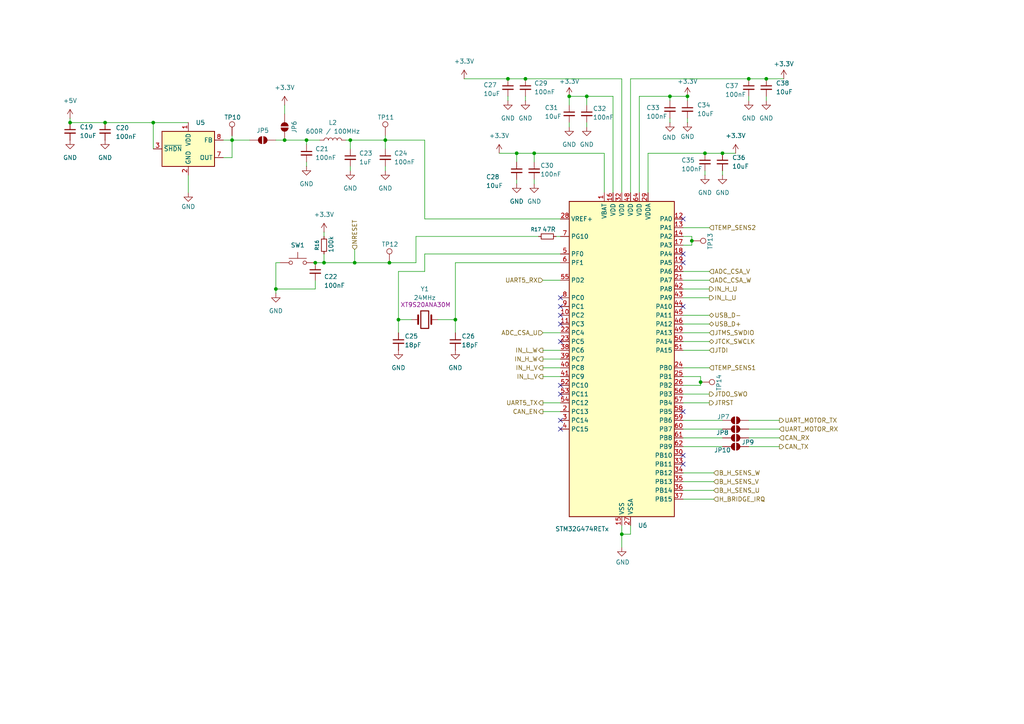
<source format=kicad_sch>
(kicad_sch (version 20250114) (generator "eeschema") (generator_version "9.0")
  (paper "A4")
  (lib_symbols
    (symbol "Connector:TestPoint" (pin_numbers (hide yes)) (pin_names (offset 0.762) (hide yes))
      (property "Reference" "TP" (at 0 6.858 0))
      (property "Value" "TestPoint" (at 0 5.08 0))
      (symbol "TestPoint_0_1"
        (circle (center 0 3.302) (radius 0.762))
      )
      (symbol "TestPoint_1_1"
        (pin passive line (at 0 0 90) (length 2.54) (name "1") (number "1"))
      )
    )
    (symbol "Device:C_Small" (pin_numbers (hide yes)) (pin_names (offset 0.254) (hide yes))
      (property "Reference" "C" (at 0.254 1.778 0))
      (property "Value" "C_Small" (at 0.254 -2.032 0))
      (symbol "C_Small_0_1"
        (polyline (pts (xy -1.524 0.508) (xy 1.524 0.508)) (stroke (width 0.3048)))
        (polyline (pts (xy -1.524 -0.508) (xy 1.524 -0.508)) (stroke (width 0.3302)))
      )
      (symbol "C_Small_1_1"
        (pin passive line (at 0 2.54 270) (length 2.032) (name "~") (number "1"))
        (pin passive line (at 0 -2.54 90) (length 2.032) (name "~") (number "2"))
      )
    )
    (symbol "Device:Crystal" (pin_numbers (hide yes)) (pin_names (offset 1.016) (hide yes))
      (property "Reference" "Y" (at 0 3.81 0))
      (property "Value" "Crystal" (at 0 -3.81 0))
      (symbol "Crystal_0_1"
        (polyline (pts (xy -2.54 0) (xy -1.905 0)))
        (polyline (pts (xy -1.905 -1.27) (xy -1.905 1.27)) (stroke (width 0.508)))
        (rectangle (start -1.143 2.54) (end 1.143 -2.54) (stroke (width 0.3048)))
        (polyline (pts (xy 1.905 -1.27) (xy 1.905 1.27)) (stroke (width 0.508)))
        (polyline (pts (xy 2.54 0) (xy 1.905 0)))
      )
      (symbol "Crystal_1_1"
        (pin passive line (at -3.81 0 0) (length 1.27) (name "1") (number "1"))
        (pin passive line (at 3.81 0 180) (length 1.27) (name "2") (number "2"))
      )
    )
    (symbol "Device:L" (pin_numbers (hide yes)) (pin_names (offset 1.016) (hide yes))
      (property "Reference" "L" (at -1.27 0 90))
      (property "Value" "L" (at 1.905 0 90))
      (symbol "L_0_1"
        (arc (start 0 2.54) (mid 0.6323 1.905) (end 0 1.27))
        (arc (start 0 1.27) (mid 0.6323 0.635) (end 0 0))
        (arc (start 0 0) (mid 0.6323 -0.635) (end 0 -1.27))
        (arc (start 0 -1.27) (mid 0.6323 -1.905) (end 0 -2.54))
      )
      (symbol "L_1_1"
        (pin passive line (at 0 3.81 270) (length 1.27) (name "1") (number "1"))
        (pin passive line (at 0 -3.81 90) (length 1.27) (name "2") (number "2"))
      )
    )
    (symbol "Device:R_Small" (pin_numbers (hide yes)) (pin_names (offset 0.254) (hide yes))
      (property "Reference" "R" (at 0 0 90))
      (property "Value" "R_Small" (at 1.778 0 90))
      (symbol "R_Small_0_1"
        (rectangle (start -0.762 1.778) (end 0.762 -1.778) (stroke (width 0.2032)))
      )
      (symbol "R_Small_1_1"
        (pin passive line (at 0 2.54 270) (length 0.762) (name "~") (number "1"))
        (pin passive line (at 0 -2.54 90) (length 0.762) (name "~") (number "2"))
      )
    )
    (symbol "Jumper:SolderJumper_2_Open" (pin_numbers (hide yes)) (pin_names (offset 0) (hide yes)) (in_bom no)
      (property "Reference" "JP" (at 0 2.032 0))
      (property "Value" "SolderJumper_2_Open" (at 0 -2.54 0))
      (symbol "SolderJumper_2_Open_0_1"
        (polyline (pts (xy -0.254 1.016) (xy -0.254 -1.016)))
        (arc (start -0.254 -1.016) (mid -1.2656 0) (end -0.254 1.016))
        (arc (start -0.254 -1.016) (mid -1.2656 0) (end -0.254 1.016) (fill (type outline)))
        (arc (start 0.254 1.016) (mid 1.2656 0) (end 0.254 -1.016))
        (arc (start 0.254 1.016) (mid 1.2656 0) (end 0.254 -1.016) (fill (type outline)))
        (polyline (pts (xy 0.254 1.016) (xy 0.254 -1.016)))
      )
      (symbol "SolderJumper_2_Open_1_1"
        (pin passive line (at -3.81 0 0) (length 2.54) (name "A") (number "1"))
        (pin passive line (at 3.81 0 180) (length 2.54) (name "B") (number "2"))
      )
    )
    (symbol "MCU_ST_STM32G4:STM32G474RETx"
      (property "Reference" "U" (at -15.24 46.99 0))
      (property "Value" "STM32G474RETx" (at 10.16 46.99 0))
      (symbol "STM32G474RETx_0_1"
        (rectangle (start -15.24 -45.72) (end 15.24 45.72) (stroke (width 0.254)) (fill (type background)))
      )
      (symbol "STM32G474RETx_1_1"
        (pin input line (at -17.78 40.64 0) (length 2.54) (name "VREF+") (number "28"))
        (pin bidirectional line (at -17.78 35.56 0) (length 2.54) (name "PG10") (number "7"))
        (pin bidirectional line (at -17.78 30.48 0) (length 2.54) (name "PF0") (number "5"))
        (pin bidirectional line (at -17.78 27.94 0) (length 2.54) (name "PF1") (number "6"))
        (pin bidirectional line (at -17.78 22.86 0) (length 2.54) (name "PD2") (number "55"))
        (pin bidirectional line (at -17.78 17.78 0) (length 2.54) (name "PC0") (number "8"))
        (pin bidirectional line (at -17.78 15.24 0) (length 2.54) (name "PC1") (number "9"))
        (pin bidirectional line (at -17.78 12.7 0) (length 2.54) (name "PC2") (number "10"))
        (pin bidirectional line (at -17.78 10.16 0) (length 2.54) (name "PC3") (number "11"))
        (pin bidirectional line (at -17.78 7.62 0) (length 2.54) (name "PC4") (number "22"))
        (pin bidirectional line (at -17.78 5.08 0) (length 2.54) (name "PC5") (number "23"))
        (pin bidirectional line (at -17.78 2.54 0) (length 2.54) (name "PC6") (number "38"))
        (pin bidirectional line (at -17.78 0 0) (length 2.54) (name "PC7") (number "39"))
        (pin bidirectional line (at -17.78 -2.54 0) (length 2.54) (name "PC8") (number "40"))
        (pin bidirectional line (at -17.78 -5.08 0) (length 2.54) (name "PC9") (number "41"))
        (pin bidirectional line (at -17.78 -7.62 0) (length 2.54) (name "PC10") (number "52"))
        (pin bidirectional line (at -17.78 -10.16 0) (length 2.54) (name "PC11") (number "53"))
        (pin bidirectional line (at -17.78 -12.7 0) (length 2.54) (name "PC12") (number "54"))
        (pin bidirectional line (at -17.78 -15.24 0) (length 2.54) (name "PC13") (number "2"))
        (pin bidirectional line (at -17.78 -17.78 0) (length 2.54) (name "PC14") (number "3"))
        (pin bidirectional line (at -17.78 -20.32 0) (length 2.54) (name "PC15") (number "4"))
        (pin power_in line (at -5.08 48.26 270) (length 2.54) (name "VBAT") (number "1"))
        (pin power_in line (at -2.54 48.26 270) (length 2.54) (name "VDD") (number "16"))
        (pin power_in line (at 0 48.26 270) (length 2.54) (name "VDD") (number "32"))
        (pin power_in line (at 0 -48.26 90) (length 2.54) (name "VSS") (number "15"))
        (pin passive line (at 0 -48.26 90) (length 2.54) (hide yes) (name "VSS") (number "31"))
        (pin passive line (at 0 -48.26 90) (length 2.54) (hide yes) (name "VSS") (number "47"))
        (pin passive line (at 0 -48.26 90) (length 2.54) (hide yes) (name "VSS") (number "63"))
        (pin power_in line (at 2.54 48.26 270) (length 2.54) (name "VDD") (number "48"))
        (pin power_in line (at 2.54 -48.26 90) (length 2.54) (name "VSSA") (number "27"))
        (pin power_in line (at 5.08 48.26 270) (length 2.54) (name "VDD") (number "64"))
        (pin power_in line (at 7.62 48.26 270) (length 2.54) (name "VDDA") (number "29"))
        (pin bidirectional line (at 17.78 40.64 180) (length 2.54) (name "PA0") (number "12"))
        (pin bidirectional line (at 17.78 38.1 180) (length 2.54) (name "PA1") (number "13"))
        (pin bidirectional line (at 17.78 35.56 180) (length 2.54) (name "PA2") (number "14"))
        (pin bidirectional line (at 17.78 33.02 180) (length 2.54) (name "PA3") (number "17"))
        (pin bidirectional line (at 17.78 30.48 180) (length 2.54) (name "PA4") (number "18"))
        (pin bidirectional line (at 17.78 27.94 180) (length 2.54) (name "PA5") (number "19"))
        (pin bidirectional line (at 17.78 25.4 180) (length 2.54) (name "PA6") (number "20"))
        (pin bidirectional line (at 17.78 22.86 180) (length 2.54) (name "PA7") (number "21"))
        (pin bidirectional line (at 17.78 20.32 180) (length 2.54) (name "PA8") (number "42"))
        (pin bidirectional line (at 17.78 17.78 180) (length 2.54) (name "PA9") (number "43"))
        (pin bidirectional line (at 17.78 15.24 180) (length 2.54) (name "PA10") (number "44"))
        (pin bidirectional line (at 17.78 12.7 180) (length 2.54) (name "PA11") (number "45"))
        (pin bidirectional line (at 17.78 10.16 180) (length 2.54) (name "PA12") (number "46"))
        (pin bidirectional line (at 17.78 7.62 180) (length 2.54) (name "PA13") (number "49"))
        (pin bidirectional line (at 17.78 5.08 180) (length 2.54) (name "PA14") (number "50"))
        (pin bidirectional line (at 17.78 2.54 180) (length 2.54) (name "PA15") (number "51"))
        (pin bidirectional line (at 17.78 -2.54 180) (length 2.54) (name "PB0") (number "24"))
        (pin bidirectional line (at 17.78 -5.08 180) (length 2.54) (name "PB1") (number "25"))
        (pin bidirectional line (at 17.78 -7.62 180) (length 2.54) (name "PB2") (number "26"))
        (pin bidirectional line (at 17.78 -10.16 180) (length 2.54) (name "PB3") (number "56"))
        (pin bidirectional line (at 17.78 -12.7 180) (length 2.54) (name "PB4") (number "57"))
        (pin bidirectional line (at 17.78 -15.24 180) (length 2.54) (name "PB5") (number "58"))
        (pin bidirectional line (at 17.78 -17.78 180) (length 2.54) (name "PB6") (number "59"))
        (pin bidirectional line (at 17.78 -20.32 180) (length 2.54) (name "PB7") (number "60"))
        (pin bidirectional line (at 17.78 -22.86 180) (length 2.54) (name "PB8") (number "61"))
        (pin bidirectional line (at 17.78 -25.4 180) (length 2.54) (name "PB9") (number "62"))
        (pin bidirectional line (at 17.78 -27.94 180) (length 2.54) (name "PB10") (number "30"))
        (pin bidirectional line (at 17.78 -30.48 180) (length 2.54) (name "PB11") (number "33"))
        (pin bidirectional line (at 17.78 -33.02 180) (length 2.54) (name "PB12") (number "34"))
        (pin bidirectional line (at 17.78 -35.56 180) (length 2.54) (name "PB13") (number "35"))
        (pin bidirectional line (at 17.78 -38.1 180) (length 2.54) (name "PB14") (number "36"))
        (pin bidirectional line (at 17.78 -40.64 180) (length 2.54) (name "PB15") (number "37"))
      )
    )
    (symbol "Reference_Voltage:MCP1501-33xSN"
      (property "Reference" "U" (at -5.08 6.35 0))
      (property "Value" "MCP1501-33xSN" (at 11.43 6.35 0))
      (symbol "MCP1501-33xSN_0_0"
        (pin input line (at -10.16 0 0) (length 2.54) (name "~{SHDN}") (number "3"))
        (pin power_in line (at 0 7.62 270) (length 2.54) (name "VDD") (number "1"))
        (pin power_in line (at 0 -7.62 90) (length 2.54) (name "GND") (number "2"))
        (pin passive line (at 0 -7.62 90) (length 2.54) (hide yes) (name "GND") (number "4"))
        (pin passive line (at 0 -7.62 90) (length 2.54) (hide yes) (name "GND") (number "5"))
        (pin passive line (at 0 -7.62 90) (length 2.54) (hide yes) (name "GND") (number "6"))
        (pin input line (at 10.16 2.54 180) (length 2.54) (name "FB") (number "8"))
        (pin power_out line (at 10.16 -2.54 180) (length 2.54) (name "OUT") (number "7"))
      )
      (symbol "MCP1501-33xSN_0_1"
        (rectangle (start -7.62 5.08) (end 7.62 -5.08) (stroke (width 0.254)) (fill (type background)))
      )
    )
    (symbol "Switch:SW_Push" (pin_numbers (hide yes)) (pin_names (offset 1.016) (hide yes))
      (property "Reference" "SW" (at 1.27 2.54 0))
      (property "Value" "SW_Push" (at 0 -1.524 0))
      (symbol "SW_Push_0_1"
        (circle (center -2.032 0) (radius 0.508))
        (polyline (pts (xy 0 1.27) (xy 0 3.048)))
        (circle (center 2.032 0) (radius 0.508))
        (polyline (pts (xy 2.54 1.27) (xy -2.54 1.27)))
        (pin passive line (at -5.08 0 0) (length 2.54) (name "1") (number "1"))
        (pin passive line (at 5.08 0 180) (length 2.54) (name "2") (number "2"))
      )
    )
    (symbol "power:+3.3V" (power) (pin_numbers (hide yes)) (pin_names (offset 0) (hide yes))
      (property "Value" "+3.3V" (at 0 3.556 0))
      (symbol "+3.3V_0_1"
        (polyline (pts (xy -0.762 1.27) (xy 0 2.54)))
        (polyline (pts (xy 0 2.54) (xy 0.762 1.27)))
        (polyline (pts (xy 0 0) (xy 0 2.54)))
      )
      (symbol "+3.3V_1_1"
        (pin power_in line (at 0 0 90) (length 0) (name "~") (number "1"))
      )
    )
    (symbol "power:+5V" (power) (pin_numbers (hide yes)) (pin_names (offset 0) (hide yes))
      (property "Value" "+5V" (at 0 3.556 0))
      (symbol "+5V_0_1"
        (polyline (pts (xy -0.762 1.27) (xy 0 2.54)))
        (polyline (pts (xy 0 2.54) (xy 0.762 1.27)))
        (polyline (pts (xy 0 0) (xy 0 2.54)))
      )
      (symbol "+5V_1_1"
        (pin power_in line (at 0 0 90) (length 0) (name "~") (number "1"))
      )
    )
    (symbol "power:GND" (power) (pin_numbers (hide yes)) (pin_names (offset 0) (hide yes))
      (property "Value" "GND" (at 0 -3.81 0))
      (symbol "GND_0_1"
        (polyline (pts (xy 0 0) (xy 0 -1.27) (xy 1.27 -1.27) (xy 0 -2.54) (xy -1.27 -1.27) (xy 0 -1.27)))
      )
      (symbol "GND_1_1"
        (pin power_in line (at 0 0 270) (length 0) (name "~") (number "1"))
      )
    )
  )
  (junction (at 180.34 154.94))
  (junction (at 204.47 44.45))
  (junction (at 152.4 22.86))
  (junction (at 82.55 40.64))
  (junction (at 170.18 27.94))
  (junction (at 203.2 110.8277))
  (junction (at 209.55 44.45))
  (junction (at 112.9451 76.2))
  (junction (at 80.01 83.82))
  (junction (at 93.98 76.2))
  (junction (at 194.31 27.94))
  (junction (at 149.86 44.45))
  (junction (at 222.25 22.86))
  (junction (at 111.76 40.64))
  (junction (at 91.44 76.2))
  (junction (at 102.87 76.2))
  (junction (at 30.48 35.56))
  (junction (at 115.57 92.71))
  (junction (at 165.1 27.94))
  (junction (at 44.45 35.56))
  (junction (at 199.39 27.94))
  (junction (at 20.32 35.56))
  (junction (at 217.17 22.86))
  (junction (at 147.32 22.86))
  (junction (at 101.6 40.64))
  (junction (at 88.9 40.64))
  (junction (at 200.66 69.85))
  (junction (at 132.08 92.71))
  (junction (at 154.94 44.45))
  (junction (at 67.31 40.64))
  (no_connect (at 162.56 124.46))
  (no_connect (at 162.56 93.98))
  (no_connect (at 198.12 88.9))
  (no_connect (at 198.12 73.66))
  (no_connect (at 162.56 111.76))
  (no_connect (at 198.12 63.5))
  (no_connect (at 162.56 114.3))
  (no_connect (at 162.56 88.9))
  (no_connect (at 162.56 91.44))
  (no_connect (at 162.56 121.92))
  (no_connect (at 162.56 86.36))
  (no_connect (at 198.12 134.62))
  (no_connect (at 198.12 132.08))
  (no_connect (at 198.12 76.2))
  (no_connect (at 162.56 99.06))
  (no_connect (at 198.12 119.38))
  (wire (pts (xy 198.12 111.76) (xy 203.2 111.76)))
  (wire (pts (xy 132.08 76.2) (xy 162.56 76.2)))
  (wire (pts (xy 80.01 85.09) (xy 80.01 83.82)))
  (wire (pts (xy 157.48 104.14) (xy 162.56 104.14)))
  (wire (pts (xy 144.78 44.45) (xy 149.86 44.45)))
  (wire (pts (xy 64.77 40.64) (xy 67.31 40.64)))
  (wire (pts (xy 80.01 76.2) (xy 81.28 76.2)))
  (wire (pts (xy 157.48 116.84) (xy 162.56 116.84)))
  (wire (pts (xy 205.74 81.28) (xy 198.12 81.28)))
  (wire (pts (xy 157.48 106.68) (xy 162.56 106.68)))
  (wire (pts (xy 203.2 109.22) (xy 198.12 109.22)))
  (wire (pts (xy 199.39 35.56) (xy 199.39 34.29)))
  (wire (pts (xy 198.12 137.16) (xy 207.01 137.16)))
  (wire (pts (xy 175.26 44.45) (xy 175.26 55.88)))
  (wire (pts (xy 88.9 40.64) (xy 92.71 40.64)))
  (wire (pts (xy 134.62 22.86) (xy 147.32 22.86)))
  (wire (pts (xy 157.48 81.28) (xy 162.56 81.28)))
  (wire (pts (xy 217.17 22.86) (xy 222.25 22.86)))
  (wire (pts (xy 123.19 73.66) (xy 162.56 73.66)))
  (wire (pts (xy 199.39 27.94) (xy 199.39 29.21)))
  (wire (pts (xy 222.25 29.21) (xy 222.25 27.94)))
  (wire (pts (xy 101.6 48.26) (xy 101.6 49.53)))
  (wire (pts (xy 157.48 109.22) (xy 162.56 109.22)))
  (wire (pts (xy 88.9 46.99) (xy 88.9 48.26)))
  (wire (pts (xy 67.31 39.37) (xy 67.31 40.64)))
  (wire (pts (xy 20.32 34.29) (xy 20.32 35.56)))
  (wire (pts (xy 194.31 27.94) (xy 194.31 29.21)))
  (wire (pts (xy 91.44 81.28) (xy 91.44 83.82)))
  (wire (pts (xy 111.76 49.53) (xy 111.76 48.26)))
  (wire (pts (xy 115.57 78.74) (xy 115.57 92.71)))
  (wire (pts (xy 182.88 55.88) (xy 182.88 22.86)))
  (wire (pts (xy 205.74 99.06) (xy 198.12 99.06)))
  (wire (pts (xy 187.96 55.88) (xy 187.96 44.45)))
  (wire (pts (xy 165.1 30.48) (xy 165.1 27.94)))
  (wire (pts (xy 80.01 83.82) (xy 80.01 76.2)))
  (wire (pts (xy 93.98 76.2) (xy 102.87 76.2)))
  (wire (pts (xy 170.18 27.94) (xy 170.18 30.48)))
  (wire (pts (xy 217.17 29.21) (xy 217.17 27.94)))
  (wire (pts (xy 180.34 154.94) (xy 180.34 152.4)))
  (wire (pts (xy 198.12 139.7) (xy 207.01 139.7)))
  (wire (pts (xy 152.4 22.86) (xy 180.34 22.86)))
  (wire (pts (xy 82.55 40.64) (xy 88.9 40.64)))
  (wire (pts (xy 123.19 78.74) (xy 123.19 73.66)))
  (wire (pts (xy 198.12 78.74) (xy 205.74 78.74)))
  (wire (pts (xy 112.9451 76.2) (xy 120.65 76.2)))
  (wire (pts (xy 180.34 158.75) (xy 180.34 154.94)))
  (wire (pts (xy 165.1 27.94) (xy 170.18 27.94)))
  (wire (pts (xy 157.48 101.6) (xy 162.56 101.6)))
  (wire (pts (xy 120.65 76.2) (xy 120.65 68.58)))
  (wire (pts (xy 93.98 68.58) (xy 93.98 67.31)))
  (wire (pts (xy 154.94 53.34) (xy 154.94 52.07)))
  (wire (pts (xy 157.48 119.38) (xy 162.56 119.38)))
  (wire (pts (xy 152.4 29.21) (xy 152.4 27.94)))
  (wire (pts (xy 67.31 45.72) (xy 67.31 40.64)))
  (wire (pts (xy 205.74 83.82) (xy 198.12 83.82)))
  (wire (pts (xy 177.8 27.94) (xy 170.18 27.94)))
  (wire (pts (xy 123.19 40.64) (xy 111.76 40.64)))
  (wire (pts (xy 102.87 72.39) (xy 102.87 76.2)))
  (wire (pts (xy 205.74 66.04) (xy 198.12 66.04)))
  (wire (pts (xy 226.06 129.54) (xy 217.17 129.54)))
  (wire (pts (xy 147.32 22.86) (xy 152.4 22.86)))
  (wire (pts (xy 149.86 53.34) (xy 149.86 52.07)))
  (wire (pts (xy 101.6 40.64) (xy 111.76 40.64)))
  (wire (pts (xy 194.31 35.56) (xy 194.31 34.29)))
  (wire (pts (xy 165.1 36.83) (xy 165.1 35.56)))
  (wire (pts (xy 205.74 116.84) (xy 198.12 116.84)))
  (wire (pts (xy 64.77 45.72) (xy 67.31 45.72)))
  (wire (pts (xy 187.96 44.45) (xy 204.47 44.45)))
  (wire (pts (xy 209.55 50.8) (xy 209.55 49.53)))
  (wire (pts (xy 30.48 35.56) (xy 44.45 35.56)))
  (wire (pts (xy 100.33 40.64) (xy 101.6 40.64)))
  (wire (pts (xy 157.48 96.52) (xy 162.56 96.52)))
  (wire (pts (xy 120.65 68.58) (xy 156.21 68.58)))
  (wire (pts (xy 205.74 91.44) (xy 198.12 91.44)))
  (wire (pts (xy 154.94 44.45) (xy 175.26 44.45)))
  (wire (pts (xy 44.45 43.18) (xy 44.45 35.56)))
  (wire (pts (xy 20.32 35.56) (xy 30.48 35.56)))
  (wire (pts (xy 198.12 144.78) (xy 207.01 144.78)))
  (wire (pts (xy 205.74 93.98) (xy 198.12 93.98)))
  (wire (pts (xy 205.74 101.6) (xy 198.12 101.6)))
  (wire (pts (xy 170.18 36.83) (xy 170.18 35.56)))
  (wire (pts (xy 180.34 22.86) (xy 180.34 55.88)))
  (wire (pts (xy 101.6 43.18) (xy 101.6 40.64)))
  (wire (pts (xy 205.74 96.52) (xy 198.12 96.52)))
  (wire (pts (xy 132.08 92.71) (xy 132.08 96.52)))
  (wire (pts (xy 93.98 73.66) (xy 93.98 76.2)))
  (wire (pts (xy 54.61 50.8) (xy 54.61 55.88)))
  (wire (pts (xy 115.57 92.71) (xy 115.57 96.52)))
  (wire (pts (xy 194.31 27.94) (xy 199.39 27.94)))
  (wire (pts (xy 204.47 50.8) (xy 204.47 49.53)))
  (wire (pts (xy 227.33 22.86) (xy 222.25 22.86)))
  (wire (pts (xy 115.57 78.74) (xy 123.19 78.74)))
  (wire (pts (xy 123.19 63.5) (xy 123.19 40.64)))
  (wire (pts (xy 102.87 76.2) (xy 112.9451 76.2)))
  (wire (pts (xy 88.9 40.64) (xy 88.9 41.91)))
  (wire (pts (xy 115.57 92.71) (xy 119.38 92.71)))
  (wire (pts (xy 161.29 68.58) (xy 162.56 68.58)))
  (wire (pts (xy 204.47 44.45) (xy 209.55 44.45)))
  (wire (pts (xy 93.98 76.2) (xy 91.44 76.2)))
  (wire (pts (xy 205.74 86.36) (xy 198.12 86.36)))
  (wire (pts (xy 44.45 35.56) (xy 54.61 35.56)))
  (wire (pts (xy 217.17 121.92) (xy 226.06 121.92)))
  (wire (pts (xy 132.08 76.2) (xy 132.08 92.71)))
  (wire (pts (xy 198.12 121.92) (xy 209.55 121.92)))
  (wire (pts (xy 209.55 127) (xy 198.12 127)))
  (wire (pts (xy 127 92.71) (xy 132.08 92.71)))
  (wire (pts (xy 182.88 22.86) (xy 217.17 22.86)))
  (wire (pts (xy 80.01 83.82) (xy 91.44 83.82)))
  (wire (pts (xy 182.88 152.4) (xy 182.88 154.94)))
  (wire (pts (xy 185.42 55.88) (xy 185.42 27.94)))
  (wire (pts (xy 149.86 44.45) (xy 154.94 44.45)))
  (wire (pts (xy 198.12 124.46) (xy 209.55 124.46)))
  (wire (pts (xy 209.55 129.54) (xy 198.12 129.54)))
  (wire (pts (xy 205.74 114.3) (xy 198.12 114.3)))
  (wire (pts (xy 67.31 40.64) (xy 72.39 40.64)))
  (wire (pts (xy 200.66 69.85) (xy 200.66 71.12)))
  (wire (pts (xy 213.36 44.45) (xy 209.55 44.45)))
  (wire (pts (xy 198.12 106.68) (xy 205.74 106.68)))
  (wire (pts (xy 198.12 68.58) (xy 200.66 68.58)))
  (wire (pts (xy 154.94 44.45) (xy 154.94 46.99)))
  (wire (pts (xy 162.56 63.5) (xy 123.19 63.5)))
  (wire (pts (xy 200.66 68.58) (xy 200.66 69.85)))
  (wire (pts (xy 147.32 29.21) (xy 147.32 27.94)))
  (wire (pts (xy 207.01 142.24) (xy 198.12 142.24)))
  (wire (pts (xy 203.2 110.8277) (xy 203.2 109.22)))
  (wire (pts (xy 203.2 111.76) (xy 203.2 110.8277)))
  (wire (pts (xy 182.88 154.94) (xy 180.34 154.94)))
  (wire (pts (xy 111.76 39.37) (xy 111.76 40.64)))
  (wire (pts (xy 149.86 44.45) (xy 149.86 46.99)))
  (wire (pts (xy 177.8 27.94) (xy 177.8 55.88)))
  (wire (pts (xy 226.06 127) (xy 217.17 127)))
  (wire (pts (xy 217.17 124.46) (xy 226.06 124.46)))
  (wire (pts (xy 111.76 40.64) (xy 111.76 43.18)))
  (wire (pts (xy 80.01 40.64) (xy 82.55 40.64)))
  (wire (pts (xy 82.55 30.48) (xy 82.55 33.02)))
  (wire (pts (xy 200.66 71.12) (xy 198.12 71.12)))
  (wire (pts (xy 185.42 27.94) (xy 194.31 27.94)))
  (hierarchical_label "UART_MOTOR_RX" (shape input) (at 226.06 124.46 0))
  (hierarchical_label "IN_L_V" (shape output) (at 157.48 109.22 180))
  (hierarchical_label "UART_MOTOR_TX" (shape output) (at 226.06 121.92 0))
  (hierarchical_label "ADC_CSA_U" (shape input) (at 157.48 96.52 180))
  (hierarchical_label "IN_H_U" (shape output) (at 205.74 83.82 0))
  (hierarchical_label "CAN_EN" (shape output) (at 157.48 119.38 180))
  (hierarchical_label "JTDI" (shape input) (at 205.74 101.6 0))
  (hierarchical_label "CAN_TX" (shape output) (at 226.06 129.54 0))
  (hierarchical_label "H_BRIDGE_IRQ" (shape input) (at 207.01 144.78 0))
  (hierarchical_label "B_H_SENS_U" (shape input) (at 207.01 142.24 0))
  (hierarchical_label "B_H_SENS_W" (shape input) (at 207.01 137.16 0))
  (hierarchical_label "USB_D-" (shape bidirectional) (at 205.74 91.44 0))
  (hierarchical_label "NRESET" (shape input) (at 102.87 72.39 90))
  (hierarchical_label "IN_H_V" (shape output) (at 157.48 106.68 180))
  (hierarchical_label "B_H_SENS_V" (shape input) (at 207.01 139.7 0))
  (hierarchical_label "UART5_TX" (shape output) (at 157.48 116.84 180))
  (hierarchical_label "IN_H_W" (shape output) (at 157.48 104.14 180))
  (hierarchical_label "JTRST" (shape output) (at 205.74 116.84 0))
  (hierarchical_label "UART5_RX" (shape input) (at 157.48 81.28 180))
  (hierarchical_label "USB_D+" (shape bidirectional) (at 205.74 93.98 0))
  (hierarchical_label "IN_L_W" (shape output) (at 157.48 101.6 180))
  (hierarchical_label "JTCK_SWCLK" (shape bidirectional) (at 205.74 99.06 0))
  (hierarchical_label "IN_L_U" (shape output) (at 205.74 86.36 0))
  (hierarchical_label "CAN_RX" (shape input) (at 226.06 127 0))
  (hierarchical_label "JTDO_SWO" (shape output) (at 205.74 114.3 0))
  (hierarchical_label "ADC_CSA_V" (shape input) (at 205.74 78.74 0))
  (hierarchical_label "TEMP_SENS2" (shape input) (at 205.74 66.04 0))
  (hierarchical_label "TEMP_SENS1" (shape input) (at 205.74 106.68 0))
  (hierarchical_label "JTMS_SWDIO" (shape input) (at 205.74 96.52 0))
  (hierarchical_label "ADC_CSA_W" (shape input) (at 205.74 81.28 0))
  (symbol (lib_id "power:GND") (at 111.76 49.53 0) (unit 1)
    (property "Reference" "#PWR066" (effects (hide yes)))
    (property "Value" "GND" (at 111.76 54.61 0))
    (property "Description" "Power symbol creates a global label with name \"GND\" , ground" (effects (hide yes)))
  )
  (symbol (lib_id "Connector:TestPoint") (at 200.66 69.85 270) (unit 1)
    (property "Reference" "TP13" (at 205.994 67.564 0) (effects (justify left)))
    (property "Value" "TestPoint" (effects (hide yes)))
    (property "Footprint" "TestPoint:TestPoint_Pad_D2.0mm" (effects (hide yes)))
    (property "Description" "test point" (effects (hide yes)))
  )
  (symbol (lib_id "Device:C_Small") (at 209.55 46.99 0) (unit 1)
    (property "Reference" "C36" (at 212.344 45.72 0) (effects (justify left)))
    (property "Value" "10uF" (at 212.344 48.26 0) (effects (justify left)))
    (property "Footprint" "Capacitor_SMD:C_0603_1608Metric" (effects (hide yes)))
    (property "Description" "Unpolarized capacitor, small symbol" (effects (hide yes)))
  )
  (symbol (lib_id "power:GND") (at 194.31 35.56 0) (unit 1)
    (property "Reference" "#PWR078" (effects (hide yes)))
    (property "Value" "GND" (at 194.056 39.878 0))
    (property "Description" "Power symbol creates a global label with name \"GND\" , ground" (effects (hide yes)))
  )
  (symbol (lib_id "Device:C_Small") (at 132.08 99.06 0) (unit 1)
    (property "Reference" "C26" (at 133.858 97.536 0) (effects (justify left)))
    (property "Value" "18pF" (at 133.858 100.076 0) (effects (justify left)))
    (property "Footprint" "Capacitor_SMD:C_0603_1608Metric" (effects (hide yes)))
    (property "Description" "Unpolarized capacitor, small symbol" (effects (hide yes)))
  )
  (symbol (lib_id "Jumper:SolderJumper_2_Open") (at 76.2 40.64 0) (unit 1) (in_bom no)
    (property "Reference" "JP5" (at 76.2 37.846 0))
    (property "Value" "SolderJumper_2_Open" (effects (hide yes)))
    (property "Footprint" "Jumper:SolderJumper-2_P1.3mm_Open_RoundedPad1.0x1.5mm" (effects (hide yes)))
    (property "Description" "Solder Jumper, 2-pole, open" (effects (hide yes)))
  )
  (symbol (lib_id "Device:C_Small") (at 199.39 31.75 0) (unit 1)
    (property "Reference" "C34" (at 202.184 30.48 0) (effects (justify left)))
    (property "Value" "10uF" (at 202.184 33.02 0) (effects (justify left)))
    (property "Footprint" "Capacitor_SMD:C_0603_1608Metric" (effects (hide yes)))
    (property "Description" "Unpolarized capacitor, small symbol" (effects (hide yes)))
  )
  (symbol (lib_id "power:GND") (at 132.08 101.6 0) (unit 1)
    (property "Reference" "#PWR068" (effects (hide yes)))
    (property "Value" "GND" (at 132.08 106.68 0))
    (property "Description" "Power symbol creates a global label with name \"GND\" , ground" (effects (hide yes)))
  )
  (symbol (lib_id "power:GND") (at 54.61 55.88 0) (unit 1)
    (property "Reference" "#PWR060" (effects (hide yes)))
    (property "Value" "GND" (at 54.61 59.944 0))
    (property "Description" "Power symbol creates a global label with name \"GND\" , ground" (effects (hide yes)))
  )
  (symbol (lib_id "power:GND") (at 101.6 49.53 0) (unit 1)
    (property "Reference" "#PWR065" (effects (hide yes)))
    (property "Value" "GND" (at 101.6 54.61 0))
    (property "Description" "Power symbol creates a global label with name \"GND\" , ground" (effects (hide yes)))
  )
  (symbol (lib_id "Device:C_Small") (at 115.57 99.06 0) (unit 1)
    (property "Reference" "C25" (at 117.348 97.536 0) (effects (justify left)))
    (property "Value" "18pF" (at 117.348 100.076 0) (effects (justify left)))
    (property "Footprint" "Capacitor_SMD:C_0603_1608Metric" (effects (hide yes)))
    (property "Description" "Unpolarized capacitor, small symbol" (effects (hide yes)))
  )
  (symbol (lib_id "Device:C_Small") (at 152.4 25.4 0) (unit 1)
    (property "Reference" "C29" (at 154.94 24.1362 0) (effects (justify left)))
    (property "Value" "100nF" (at 154.94 26.6762 0) (effects (justify left)))
    (property "Footprint" "Capacitor_SMD:C_0603_1608Metric" (effects (hide yes)))
    (property "Description" "Unpolarized capacitor, small symbol" (effects (hide yes)))
  )
  (symbol (lib_id "MCU_ST_STM32G4:STM32G474RETx") (at 180.34 104.14 0) (unit 1)
    (property "Reference" "U6" (at 185.0233 152.4 0) (effects (justify left)))
    (property "Value" "STM32G474RETx" (at 161.036 153.416 0) (effects (justify left)))
    (property "Footprint" "Package_QFP:LQFP-64_10x10mm_P0.5mm" (effects (hide yes)))
    (property "Datasheet" "https://www.st.com/resource/en/datasheet/stm32g474re.pdf" (effects (hide yes)))
    (property "Description" "STMicroelectronics Arm Cortex-M4 MCU, 512KB flash, 128KB RAM, 170 MHz, 1.71-3.6V, 52 GPIO, LQFP64" (effects (hide yes)))
  )
  (symbol (lib_id "Jumper:SolderJumper_2_Open") (at 213.36 129.54 0) (unit 1) (in_bom no)
    (property "Reference" "JP10" (at 209.55 130.556 0))
    (property "Value" "SolderJumper_2_Open" (effects (hide yes)))
    (property "Footprint" "Jumper:SolderJumper-2_P1.3mm_Open_RoundedPad1.0x1.5mm" (effects (hide yes)))
    (property "Description" "Solder Jumper, 2-pole, open" (effects (hide yes)))
  )
  (symbol (lib_id "Device:C_Small") (at 111.76 45.72 0) (unit 1)
    (property "Reference" "C24" (at 114.3 44.4562 0) (effects (justify left)))
    (property "Value" "100nF" (at 114.3 46.9962 0) (effects (justify left)))
    (property "Footprint" "Capacitor_SMD:C_0603_1608Metric" (effects (hide yes)))
    (property "Description" "Unpolarized capacitor, small symbol" (effects (hide yes)))
  )
  (symbol (lib_id "power:GND") (at 165.1 36.83 0) (unit 1)
    (property "Reference" "#PWR075" (effects (hide yes)))
    (property "Value" "GND" (at 165.1 41.91 0))
    (property "Description" "Power symbol creates a global label with name \"GND\" , ground" (effects (hide yes)))
  )
  (symbol (lib_id "Device:C_Small") (at 149.86 49.53 0) (unit 1)
    (property "Reference" "C28" (at 140.97 51.308 0) (effects (justify left)))
    (property "Value" "10uF" (at 140.97 53.848 0) (effects (justify left)))
    (property "Footprint" "Capacitor_SMD:C_0603_1608Metric" (effects (hide yes)))
    (property "Description" "Unpolarized capacitor, small symbol" (effects (hide yes)))
  )
  (symbol (lib_id "power:GND") (at 154.94 53.34 0) (unit 1)
    (property "Reference" "#PWR074" (effects (hide yes)))
    (property "Value" "GND" (at 154.94 58.42 0))
    (property "Description" "Power symbol creates a global label with name \"GND\" , ground" (effects (hide yes)))
  )
  (symbol (lib_id "Device:C_Small") (at 194.31 31.75 0) (unit 1)
    (property "Reference" "C33" (at 187.452 31.242 0) (effects (justify left)))
    (property "Value" "100nF" (at 187.452 33.782 0) (effects (justify left)))
    (property "Footprint" "Capacitor_SMD:C_0603_1608Metric" (effects (hide yes)))
    (property "Description" "Unpolarized capacitor, small symbol" (effects (hide yes)))
  )
  (symbol (lib_id "power:+3.3V") (at 165.1 27.94 0) (unit 1)
    (property "Reference" "#PWR0182" (effects (hide yes)))
    (property "Value" "+3.3V" (at 165.1 23.622 0))
    (property "Description" "Power symbol creates a global label with name \"+3.3V\"" (effects (hide yes)))
  )
  (symbol (lib_id "Jumper:SolderJumper_2_Open") (at 213.36 124.46 0) (unit 1) (in_bom no)
    (property "Reference" "JP8" (at 209.55 125.476 0))
    (property "Value" "SolderJumper_2_Open" (effects (hide yes)))
    (property "Footprint" "Jumper:SolderJumper-2_P1.3mm_Open_RoundedPad1.0x1.5mm" (effects (hide yes)))
    (property "Description" "Solder Jumper, 2-pole, open" (effects (hide yes)))
  )
  (symbol (lib_id "power:GND") (at 20.32 40.64 0) (unit 1)
    (property "Reference" "#PWR058" (effects (hide yes)))
    (property "Value" "GND" (at 20.32 45.72 0))
    (property "Description" "Power symbol creates a global label with name \"GND\" , ground" (effects (hide yes)))
  )
  (symbol (lib_id "Device:R_Small") (at 158.75 68.58 270) (unit 1)
    (property "Reference" "R17" (at 155.448 66.548 90) (effects (font (size 1.016 1.016))))
    (property "Value" "47R" (at 159.258 66.548 90))
    (property "Footprint" "Resistor_SMD:R_0603_1608Metric" (effects (hide yes)))
    (property "Description" "Resistor, small symbol" (effects (hide yes)))
  )
  (symbol (lib_id "Jumper:SolderJumper_2_Open") (at 82.55 36.83 270) (unit 1) (in_bom no)
    (property "Reference" "JP6" (at 85.344 36.83 0))
    (property "Value" "SolderJumper_2_Open" (effects (hide yes)))
    (property "Footprint" "Jumper:SolderJumper-2_P1.3mm_Open_RoundedPad1.0x1.5mm" (effects (hide yes)))
    (property "Description" "Solder Jumper, 2-pole, open" (effects (hide yes)))
  )
  (symbol (lib_id "power:GND") (at 209.55 50.8 0) (unit 1)
    (property "Reference" "#PWR081" (effects (hide yes)))
    (property "Value" "GND" (at 209.55 55.88 0))
    (property "Description" "Power symbol creates a global label with name \"GND\" , ground" (effects (hide yes)))
  )
  (symbol (lib_id "power:+3.3V") (at 134.62 22.86 0) (unit 1)
    (property "Reference" "#PWR069" (effects (hide yes)))
    (property "Value" "+3.3V" (at 134.62 17.78 0))
    (property "Description" "Power symbol creates a global label with name \"+3.3V\"" (effects (hide yes)))
  )
  (symbol (lib_id "power:+3.3V") (at 144.78 44.45 0) (unit 1)
    (property "Reference" "#PWR070" (effects (hide yes)))
    (property "Value" "+3.3V" (at 144.78 39.37 0))
    (property "Description" "Power symbol creates a global label with name \"+3.3V\"" (effects (hide yes)))
  )
  (symbol (lib_id "Device:R_Small") (at 93.98 71.12 180) (unit 1)
    (property "Reference" "R16" (at 91.948 71.12 90) (effects (font (size 1.016 1.016))))
    (property "Value" "100k" (at 96.012 70.866 90))
    (property "Footprint" "Resistor_SMD:R_0603_1608Metric" (effects (hide yes)))
    (property "Description" "Resistor, small symbol" (effects (hide yes)))
  )
  (symbol (lib_id "power:+3.3V") (at 213.36 44.45 0) (unit 1)
    (property "Reference" "#PWR082" (effects (hide yes)))
    (property "Value" "+3.3V" (at 213.36 39.37 0))
    (property "Description" "Power symbol creates a global label with name \"+3.3V\"" (effects (hide yes)))
  )
  (symbol (lib_id "Device:C_Small") (at 154.94 49.53 0) (unit 1)
    (property "Reference" "C30" (at 156.718 48.006 0) (effects (justify left)))
    (property "Value" "100nF" (at 156.718 50.546 0) (effects (justify left)))
    (property "Footprint" "Capacitor_SMD:C_0603_1608Metric" (effects (hide yes)))
    (property "Description" "Unpolarized capacitor, small symbol" (effects (hide yes)))
  )
  (symbol (lib_id "Device:C_Small") (at 20.32 38.1 0) (unit 1)
    (property "Reference" "C19" (at 23.114 36.83 0) (effects (justify left)))
    (property "Value" "10uF" (at 23.114 39.37 0) (effects (justify left)))
    (property "Footprint" "Capacitor_SMD:C_0603_1608Metric" (effects (hide yes)))
    (property "Description" "Unpolarized capacitor, small symbol" (effects (hide yes)))
  )
  (symbol (lib_id "power:GND") (at 199.39 35.56 0) (unit 1)
    (property "Reference" "#PWR079" (effects (hide yes)))
    (property "Value" "GND" (at 199.39 39.624 0))
    (property "Description" "Power symbol creates a global label with name \"GND\" , ground" (effects (hide yes)))
  )
  (symbol (lib_id "power:GND") (at 149.86 53.34 0) (unit 1)
    (property "Reference" "#PWR072" (effects (hide yes)))
    (property "Value" "GND" (at 149.86 58.42 0))
    (property "Description" "Power symbol creates a global label with name \"GND\" , ground" (effects (hide yes)))
  )
  (symbol (lib_id "power:+3.3V") (at 82.55 30.48 0) (unit 1)
    (property "Reference" "#PWR062" (effects (hide yes)))
    (property "Value" "+3.3V" (at 82.55 25.4 0))
    (property "Description" "Power symbol creates a global label with name \"+3.3V\"" (effects (hide yes)))
  )
  (symbol (lib_id "Connector:TestPoint") (at 112.9451 76.2 0) (unit 1)
    (property "Reference" "TP12" (at 110.6591 70.866 0) (effects (justify left)))
    (property "Value" "TestPoint" (effects (hide yes)))
    (property "Footprint" "TestPoint:TestPoint_Pad_D2.0mm" (effects (hide yes)))
    (property "Description" "test point" (effects (hide yes)))
  )
  (symbol (lib_id "Reference_Voltage:MCP1501-33xSN") (at 54.61 43.18 0) (unit 1)
    (property "Reference" "U5" (at 56.7533 35.56 0) (effects (justify left)))
    (property "Value" "MCP1501-33xSN" (effects (hide yes)))
    (property "Footprint" "Package_SO:SOIC-8_3.9x4.9mm_P1.27mm" (effects (hide yes)))
    (property "Datasheet" "http://ww1.microchip.com/downloads/en/DeviceDoc/20005474E.pdf" (effects (hide yes)))
    (property "Description" "3.3V, 0.1%, 20mA, Precision Voltage Reference, SOIC-8" (effects (hide yes)))
  )
  (symbol (lib_id "power:GND") (at 204.47 50.8 0) (unit 1)
    (property "Reference" "#PWR080" (effects (hide yes)))
    (property "Value" "GND" (at 204.47 55.88 0))
    (property "Description" "Power symbol creates a global label with name \"GND\" , ground" (effects (hide yes)))
  )
  (symbol (lib_id "power:GND") (at 222.25 29.21 0) (unit 1)
    (property "Reference" "#PWR084" (effects (hide yes)))
    (property "Value" "GND" (at 222.25 34.29 0))
    (property "Description" "Power symbol creates a global label with name \"GND\" , ground" (effects (hide yes)))
  )
  (symbol (lib_id "Connector:TestPoint") (at 67.31 39.37 0) (unit 1)
    (property "Reference" "TP10" (at 65.024 34.036 0) (effects (justify left)))
    (property "Value" "TestPoint" (effects (hide yes)))
    (property "Footprint" "TestPoint:TestPoint_Pad_D2.0mm" (effects (hide yes)))
    (property "Description" "test point" (effects (hide yes)))
  )
  (symbol (lib_id "power:+3.3V") (at 199.39 27.94 0) (unit 1)
    (property "Reference" "#PWR0181" (effects (hide yes)))
    (property "Value" "+3.3V" (at 199.39 23.622 0))
    (property "Description" "Power symbol creates a global label with name \"+3.3V\"" (effects (hide yes)))
  )
  (symbol (lib_id "Jumper:SolderJumper_2_Open") (at 213.36 127 0) (unit 1) (in_bom no)
    (property "Reference" "JP9" (at 216.916 128.27 0))
    (property "Value" "SolderJumper_2_Open" (effects (hide yes)))
    (property "Footprint" "Jumper:SolderJumper-2_P1.3mm_Open_RoundedPad1.0x1.5mm" (effects (hide yes)))
    (property "Description" "Solder Jumper, 2-pole, open" (effects (hide yes)))
  )
  (symbol (lib_id "Device:C_Small") (at 165.1 33.02 0) (unit 1)
    (property "Reference" "C31" (at 157.988 31.242 0) (effects (justify left)))
    (property "Value" "10uF" (at 157.988 33.782 0) (effects (justify left)))
    (property "Footprint" "Capacitor_SMD:C_0603_1608Metric" (effects (hide yes)))
    (property "Description" "Unpolarized capacitor, small symbol" (effects (hide yes)))
  )
  (symbol (lib_id "power:+3.3V") (at 93.98 67.31 0) (unit 1)
    (property "Reference" "#PWR064" (effects (hide yes)))
    (property "Value" "+3.3V" (at 93.98 62.23 0))
    (property "Description" "Power symbol creates a global label with name \"+3.3V\"" (effects (hide yes)))
  )
  (symbol (lib_id "power:GND") (at 115.57 101.6 0) (unit 1)
    (property "Reference" "#PWR067" (effects (hide yes)))
    (property "Value" "GND" (at 115.57 106.68 0))
    (property "Description" "Power symbol creates a global label with name \"GND\" , ground" (effects (hide yes)))
  )
  (symbol (lib_id "Device:Crystal") (at 123.19 92.71 0) (unit 1)
    (property "Reference" "Y1" (at 123.19 83.82 0))
    (property "Value" "24MHz" (at 123.19 86.36 0))
    (property "Footprint" "Crystal:Crystal_HC49-U_Vertical" (effects (hide yes)))
    (property "Description" "XT9S20ANA30M" (at 123.444 88.392 0))
  )
  (symbol (lib_id "power:GND") (at 88.9 48.26 0) (unit 1)
    (property "Reference" "#PWR063" (effects (hide yes)))
    (property "Value" "GND" (at 88.9 53.34 0))
    (property "Description" "Power symbol creates a global label with name \"GND\" , ground" (effects (hide yes)))
  )
  (symbol (lib_id "Connector:TestPoint") (at 203.2 110.8277 270) (unit 1)
    (property "Reference" "TP14" (at 208.534 108.5417 0) (effects (justify left)))
    (property "Value" "TestPoint" (effects (hide yes)))
    (property "Footprint" "TestPoint:TestPoint_Pad_D2.0mm" (effects (hide yes)))
    (property "Description" "test point" (effects (hide yes)))
  )
  (symbol (lib_id "Device:C_Small") (at 147.32 25.4 0) (unit 1)
    (property "Reference" "C27" (at 140.208 24.638 0) (effects (justify left)))
    (property "Value" "10uF" (at 140.208 27.178 0) (effects (justify left)))
    (property "Footprint" "Capacitor_SMD:C_0603_1608Metric" (effects (hide yes)))
    (property "Description" "Unpolarized capacitor, small symbol" (effects (hide yes)))
  )
  (symbol (lib_id "power:+5V") (at 20.32 34.29 0) (unit 1)
    (property "Reference" "#PWR057" (effects (hide yes)))
    (property "Value" "+5V" (at 20.32 29.21 0))
    (property "Description" "Power symbol creates a global label with name \"+5V\"" (effects (hide yes)))
  )
  (symbol (lib_id "power:GND") (at 180.34 158.75 0) (unit 1)
    (property "Reference" "#PWR077" (effects (hide yes)))
    (property "Value" "GND" (at 180.594 163.068 0))
    (property "Description" "Power symbol creates a global label with name \"GND\" , ground" (effects (hide yes)))
  )
  (symbol (lib_id "Switch:SW_Push") (at 86.36 76.2 0) (unit 1)
    (property "Reference" "SW1" (at 86.36 71.12 0))
    (property "Value" "SW_Push" (effects (hide yes)))
    (property "Footprint" "Button_Switch_SMD:SW_SPST_TL3342" (effects (hide yes)))
    (property "Description" "Push button switch, generic, two pins" (effects (hide yes)))
  )
  (symbol (lib_id "Device:C_Small") (at 170.18 33.02 0) (unit 1)
    (property "Reference" "C32" (at 171.958 31.496 0) (effects (justify left)))
    (property "Value" "100nF" (at 171.958 34.036 0) (effects (justify left)))
    (property "Footprint" "Capacitor_SMD:C_0603_1608Metric" (effects (hide yes)))
    (property "Description" "Unpolarized capacitor, small symbol" (effects (hide yes)))
  )
  (symbol (lib_id "Device:C_Small") (at 101.6 45.72 0) (unit 1)
    (property "Reference" "C23" (at 104.14 44.4562 0) (effects (justify left)))
    (property "Value" "1uF" (at 104.14 46.9962 0) (effects (justify left)))
    (property "Footprint" "Capacitor_SMD:C_0603_1608Metric" (effects (hide yes)))
    (property "Description" "Unpolarized capacitor, small symbol" (effects (hide yes)))
  )
  (symbol (lib_id "power:GND") (at 30.48 40.64 0) (unit 1)
    (property "Reference" "#PWR059" (effects (hide yes)))
    (property "Value" "GND" (at 30.48 45.72 0))
    (property "Description" "Power symbol creates a global label with name \"GND\" , ground" (effects (hide yes)))
  )
  (symbol (lib_id "power:GND") (at 80.01 85.09 0) (unit 1)
    (property "Reference" "#PWR061" (effects (hide yes)))
    (property "Value" "GND" (at 80.01 90.17 0))
    (property "Description" "Power symbol creates a global label with name \"GND\" , ground" (effects (hide yes)))
  )
  (symbol (lib_id "Jumper:SolderJumper_2_Open") (at 213.36 121.92 0) (unit 1) (in_bom no)
    (property "Reference" "JP7" (at 209.804 120.904 0))
    (property "Value" "SolderJumper_2_Open" (effects (hide yes)))
    (property "Footprint" "Jumper:SolderJumper-2_P1.3mm_Open_RoundedPad1.0x1.5mm" (effects (hide yes)))
    (property "Description" "Solder Jumper, 2-pole, open" (effects (hide yes)))
  )
  (symbol (lib_id "Device:C_Small") (at 91.44 78.74 0) (unit 1)
    (property "Reference" "C22" (at 93.98 80.264 0) (effects (justify left)))
    (property "Value" "100nF" (at 93.98 82.804 0) (effects (justify left)))
    (property "Footprint" "Capacitor_SMD:C_0603_1608Metric" (effects (hide yes)))
    (property "Description" "Unpolarized capacitor, small symbol" (effects (hide yes)))
  )
  (symbol (lib_id "Device:C_Small") (at 30.48 38.1 0) (unit 1)
    (property "Reference" "C20" (at 33.528 37.084 0) (effects (justify left)))
    (property "Value" "100nF" (at 33.528 39.624 0) (effects (justify left)))
    (property "Footprint" "Capacitor_SMD:C_0603_1608Metric" (effects (hide yes)))
    (property "Description" "Unpolarized capacitor, small symbol" (effects (hide yes)))
  )
  (symbol (lib_id "Device:C_Small") (at 217.17 25.4 0) (unit 1)
    (property "Reference" "C37" (at 210.312 24.892 0) (effects (justify left)))
    (property "Value" "100nF" (at 210.312 27.432 0) (effects (justify left)))
    (property "Footprint" "Capacitor_SMD:C_0603_1608Metric" (effects (hide yes)))
    (property "Description" "Unpolarized capacitor, small symbol" (effects (hide yes)))
  )
  (symbol (lib_id "power:GND") (at 170.18 36.83 0) (unit 1)
    (property "Reference" "#PWR076" (effects (hide yes)))
    (property "Value" "GND" (at 170.18 41.91 0))
    (property "Description" "Power symbol creates a global label with name \"GND\" , ground" (effects (hide yes)))
  )
  (symbol (lib_id "power:GND") (at 147.32 29.21 0) (unit 1)
    (property "Reference" "#PWR071" (effects (hide yes)))
    (property "Value" "GND" (at 147.32 34.29 0))
    (property "Description" "Power symbol creates a global label with name \"GND\" , ground" (effects (hide yes)))
  )
  (symbol (lib_id "power:GND") (at 152.4 29.21 0) (unit 1)
    (property "Reference" "#PWR073" (effects (hide yes)))
    (property "Value" "GND" (at 152.4 34.29 0))
    (property "Description" "Power symbol creates a global label with name \"GND\" , ground" (effects (hide yes)))
  )
  (symbol (lib_id "Device:L") (at 96.52 40.64 90) (unit 1)
    (property "Reference" "L2" (at 96.52 35.56 90))
    (property "Value" "600R / 100MHz" (at 96.52 38.1 90))
    (property "Footprint" "Resistor_SMD:R_1206_3216Metric" (effects (hide yes)))
    (property "Description" "74279213" (effects (hide yes)))
  )
  (symbol (lib_id "Connector:TestPoint") (at 111.76 39.37 0) (unit 1)
    (property "Reference" "TP11" (at 109.474 34.036 0) (effects (justify left)))
    (property "Value" "TestPoint" (effects (hide yes)))
    (property "Footprint" "TestPoint:TestPoint_Pad_D2.0mm" (effects (hide yes)))
    (property "Description" "test point" (effects (hide yes)))
  )
  (symbol (lib_id "power:+3.3V") (at 227.33 22.86 0) (unit 1)
    (property "Reference" "#PWR085" (effects (hide yes)))
    (property "Value" "+3.3V" (at 227.33 18.542 0))
    (property "Description" "Power symbol creates a global label with name \"+3.3V\"" (effects (hide yes)))
  )
  (symbol (lib_id "power:GND") (at 217.17 29.21 0) (unit 1)
    (property "Reference" "#PWR083" (effects (hide yes)))
    (property "Value" "GND" (at 217.17 34.29 0))
    (property "Description" "Power symbol creates a global label with name \"GND\" , ground" (effects (hide yes)))
  )
  (symbol (lib_id "Device:C_Small") (at 222.25 25.4 0) (unit 1)
    (property "Reference" "C38" (at 225.044 24.13 0) (effects (justify left)))
    (property "Value" "10uF" (at 225.044 26.67 0) (effects (justify left)))
    (property "Footprint" "Capacitor_SMD:C_0603_1608Metric" (effects (hide yes)))
    (property "Description" "Unpolarized capacitor, small symbol" (effects (hide yes)))
  )
  (symbol (lib_id "Device:C_Small") (at 204.47 46.99 0) (unit 1)
    (property "Reference" "C35" (at 197.612 46.482 0) (effects (justify left)))
    (property "Value" "100nF" (at 197.612 49.022 0) (effects (justify left)))
    (property "Footprint" "Capacitor_SMD:C_0603_1608Metric" (effects (hide yes)))
    (property "Description" "Unpolarized capacitor, small symbol" (effects (hide yes)))
  )
  (symbol (lib_id "Device:C_Small") (at 88.9 44.45 0) (unit 1)
    (property "Reference" "C21" (at 91.44 43.1862 0) (effects (justify left)))
    (property "Value" "100nF" (at 91.44 45.7262 0) (effects (justify left)))
    (property "Footprint" "Capacitor_SMD:C_0603_1608Metric" (effects (hide yes)))
    (property "Description" "Unpolarized capacitor, small symbol" (effects (hide yes)))
  )
)
</source>
